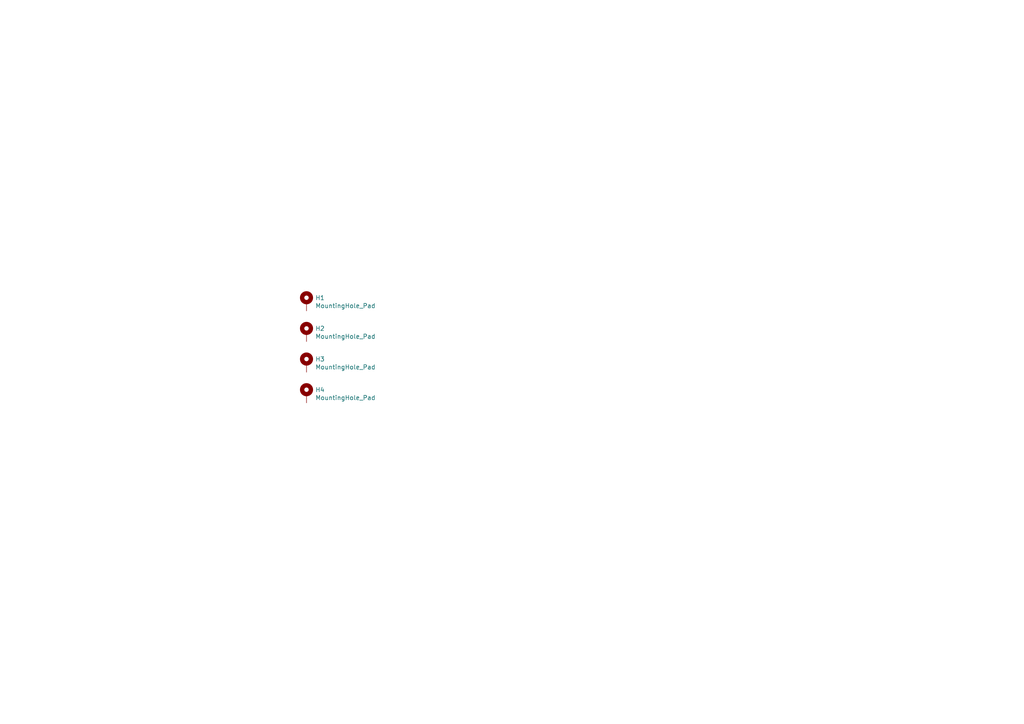
<source format=kicad_sch>
(kicad_sch (version 20211123) (generator eeschema)
  (paper "A4")
  (lib_symbols
    (symbol "Mechanical:MountingHole_Pad" (pin_numbers hide) (pin_names (offset 1.016) hide)
      (property "Reference" "H" (at 0 6.35 0))
      (property "Value" "MountingHole_Pad" (at 0 4.445 0))
      (symbol "MountingHole_Pad_0_1"
        (circle (center 0 1.27) (radius 1.27) (stroke (width 1.27)))
      )
      (symbol "MountingHole_Pad_1_1"
        (pin input line (at 0 -2.54 90) (length 2.54) (name "1") (number "1"))
      )
    )
  )
  (symbol (lib_id "Mechanical:MountingHole_Pad") (at 88.9 87.63 0) (unit 1)
    (property "Reference" "H1" (at 91.44 86.3854 0) (effects (justify left)))
    (property "Value" "MountingHole_Pad" (at 91.44 88.6968 0) (effects (justify left)))
    (property "Footprint" "MountingHole:MountingHole_3.2mm_M3_Pad_Via" (effects hide))
  )
  (symbol (lib_id "Mechanical:MountingHole_Pad") (at 88.9 96.52 0) (unit 1)
    (property "Reference" "H2" (at 91.44 95.2754 0) (effects (justify left)))
    (property "Value" "MountingHole_Pad" (at 91.44 97.5868 0) (effects (justify left)))
    (property "Footprint" "MountingHole:MountingHole_3.2mm_M3_Pad_Via" (effects hide))
  )
  (symbol (lib_id "Mechanical:MountingHole_Pad") (at 88.9 105.41 0) (unit 1)
    (property "Reference" "H3" (at 91.44 104.1654 0) (effects (justify left)))
    (property "Value" "MountingHole_Pad" (at 91.44 106.4768 0) (effects (justify left)))
    (property "Footprint" "MountingHole:MountingHole_3.2mm_M3_Pad_Via" (effects hide))
  )
  (symbol (lib_id "Mechanical:MountingHole_Pad") (at 88.9 114.3 0) (unit 1)
    (property "Reference" "H4" (at 91.44 113.0554 0) (effects (justify left)))
    (property "Value" "MountingHole_Pad" (at 91.44 115.3668 0) (effects (justify left)))
    (property "Footprint" "MountingHole:MountingHole_3.2mm_M3_Pad_Via" (effects hide))
  )
)
</source>
